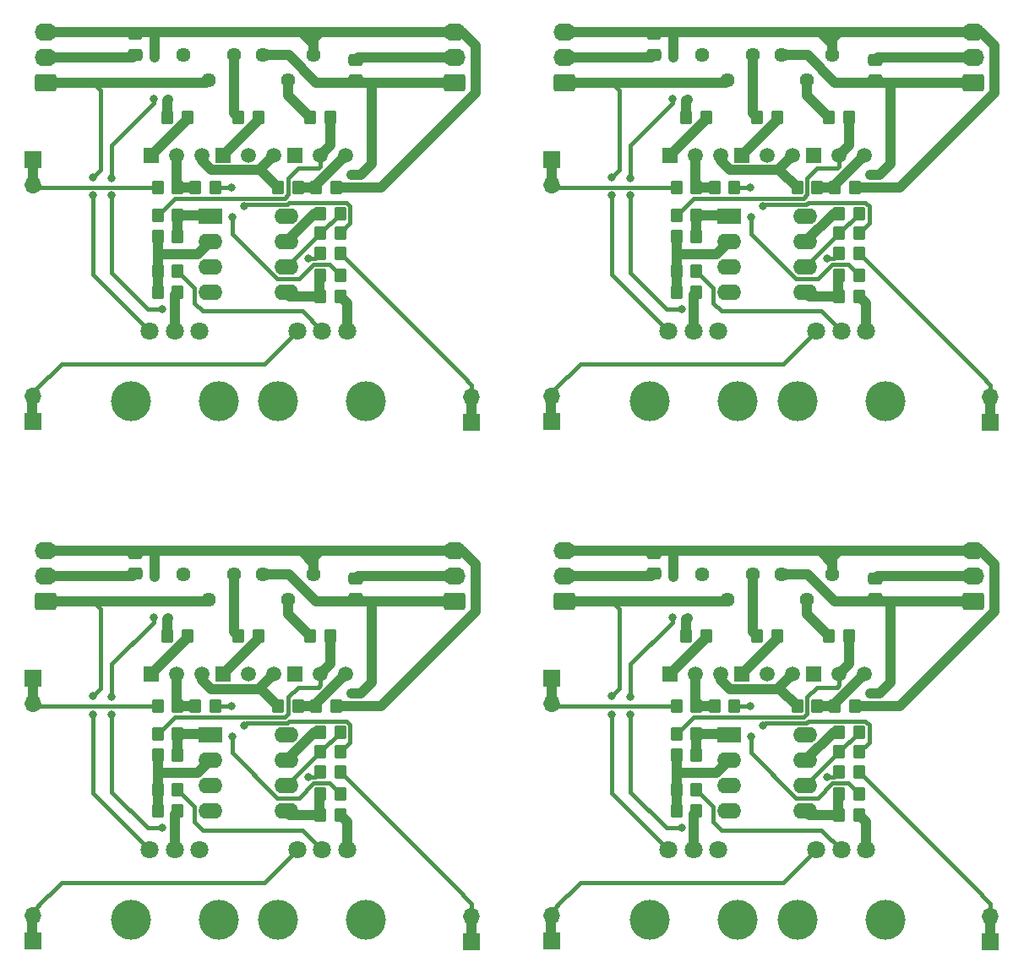
<source format=gbr>
%TF.GenerationSoftware,KiCad,Pcbnew,7.0.7-7.0.7~ubuntu22.04.1*%
%TF.CreationDate,2023-09-26T14:07:35+13:00*%
%TF.ProjectId,VCA,5643412e-6b69-4636-9164-5f7063625858,rev?*%
%TF.SameCoordinates,Original*%
%TF.FileFunction,Copper,L1,Top*%
%TF.FilePolarity,Positive*%
%FSLAX46Y46*%
G04 Gerber Fmt 4.6, Leading zero omitted, Abs format (unit mm)*
G04 Created by KiCad (PCBNEW 7.0.7-7.0.7~ubuntu22.04.1) date 2023-09-26 14:07:35*
%MOMM*%
%LPD*%
G01*
G04 APERTURE LIST*
G04 Aperture macros list*
%AMRoundRect*
0 Rectangle with rounded corners*
0 $1 Rounding radius*
0 $2 $3 $4 $5 $6 $7 $8 $9 X,Y pos of 4 corners*
0 Add a 4 corners polygon primitive as box body*
4,1,4,$2,$3,$4,$5,$6,$7,$8,$9,$2,$3,0*
0 Add four circle primitives for the rounded corners*
1,1,$1+$1,$2,$3*
1,1,$1+$1,$4,$5*
1,1,$1+$1,$6,$7*
1,1,$1+$1,$8,$9*
0 Add four rect primitives between the rounded corners*
20,1,$1+$1,$2,$3,$4,$5,0*
20,1,$1+$1,$4,$5,$6,$7,0*
20,1,$1+$1,$6,$7,$8,$9,0*
20,1,$1+$1,$8,$9,$2,$3,0*%
G04 Aperture macros list end*
%TA.AperFunction,SMDPad,CuDef*%
%ADD10RoundRect,0.250000X-0.350000X-0.450000X0.350000X-0.450000X0.350000X0.450000X-0.350000X0.450000X0*%
%TD*%
%TA.AperFunction,ComponentPad*%
%ADD11R,1.500000X1.500000*%
%TD*%
%TA.AperFunction,ComponentPad*%
%ADD12C,1.500000*%
%TD*%
%TA.AperFunction,SMDPad,CuDef*%
%ADD13RoundRect,0.250000X0.350000X0.450000X-0.350000X0.450000X-0.350000X-0.450000X0.350000X-0.450000X0*%
%TD*%
%TA.AperFunction,ComponentPad*%
%ADD14R,1.700000X1.700000*%
%TD*%
%TA.AperFunction,ComponentPad*%
%ADD15O,1.700000X1.700000*%
%TD*%
%TA.AperFunction,WasherPad*%
%ADD16C,4.000000*%
%TD*%
%TA.AperFunction,ComponentPad*%
%ADD17C,1.800000*%
%TD*%
%TA.AperFunction,ComponentPad*%
%ADD18C,1.440000*%
%TD*%
%TA.AperFunction,SMDPad,CuDef*%
%ADD19RoundRect,0.250000X0.475000X-0.337500X0.475000X0.337500X-0.475000X0.337500X-0.475000X-0.337500X0*%
%TD*%
%TA.AperFunction,ComponentPad*%
%ADD20RoundRect,0.250000X0.845000X-0.620000X0.845000X0.620000X-0.845000X0.620000X-0.845000X-0.620000X0*%
%TD*%
%TA.AperFunction,ComponentPad*%
%ADD21O,2.190000X1.740000*%
%TD*%
%TA.AperFunction,ComponentPad*%
%ADD22R,2.400000X1.600000*%
%TD*%
%TA.AperFunction,ComponentPad*%
%ADD23O,2.400000X1.600000*%
%TD*%
%TA.AperFunction,ViaPad*%
%ADD24C,0.800000*%
%TD*%
%TA.AperFunction,Conductor*%
%ADD25C,1.000000*%
%TD*%
%TA.AperFunction,Conductor*%
%ADD26C,0.400000*%
%TD*%
G04 APERTURE END LIST*
D10*
%TO.P,R16,1*%
%TO.N,Net-(R15-Pad2)*%
X108019999Y-126700000D03*
%TO.P,R16,2*%
%TO.N,AMout*%
X110019999Y-126700000D03*
%TD*%
D11*
%TO.P,Q2,1,C*%
%TO.N,GND*%
X157490000Y-64850000D03*
D12*
%TO.P,Q2,2,B*%
%TO.N,Net-(Q2-B)*%
X160030000Y-64850000D03*
%TO.P,Q2,3,E*%
%TO.N,Net-(Q2-E)*%
X162570000Y-64850000D03*
%TD*%
D13*
%TO.P,R15,1*%
%TO.N,Net-(U1B--)*%
X110020000Y-70700000D03*
%TO.P,R15,2*%
%TO.N,Net-(R15-Pad2)*%
X108020000Y-70700000D03*
%TD*%
D10*
%TO.P,R6,1*%
%TO.N,Net-(LEVEL1-Pad2)*%
X159020000Y-61100000D03*
%TO.P,R6,2*%
%TO.N,Net-(Q2-B)*%
X161020000Y-61100000D03*
%TD*%
D11*
%TO.P,Q1,1,C*%
%TO.N,Net-(Q1-C)*%
X143080000Y-116860000D03*
D12*
%TO.P,Q1,2,B*%
%TO.N,Net-(Q1-B)*%
X145620000Y-116860000D03*
%TO.P,Q1,3,E*%
%TO.N,Net-(Q1-E)*%
X148160000Y-116860000D03*
%TD*%
D14*
%TO.P,J2,1,Pin_1*%
%TO.N,controlVoltage*%
X79222943Y-143600000D03*
D15*
%TO.P,J2,2,Pin_2*%
X79222943Y-141060000D03*
%TD*%
D10*
%TO.P,R4,1*%
%TO.N,Net-(Q1-B)*%
X147520000Y-68100000D03*
%TO.P,R4,2*%
%TO.N,GND*%
X149520000Y-68100000D03*
%TD*%
D16*
%TO.P,GAIN1,*%
%TO.N,*%
X97820000Y-89500000D03*
X89020000Y-89500000D03*
D17*
%TO.P,GAIN1,1,1*%
%TO.N,+12V*%
X90920000Y-82500000D03*
%TO.P,GAIN1,2,2*%
%TO.N,Net-(GAIN1-Pad2)*%
X93420000Y-82500000D03*
%TO.P,GAIN1,3,3*%
%TO.N,GND*%
X95920000Y-82500000D03*
%TD*%
D18*
%TO.P,OFFSET1,1,1*%
%TO.N,Net-(OFFSET1-Pad1)*%
X94285000Y-54855000D03*
%TO.P,OFFSET1,2,2*%
%TO.N,+12V*%
X96825000Y-57395000D03*
%TO.P,OFFSET1,3,3*%
%TO.N,Net-(OFFSET1-Pad3)*%
X99365000Y-54855000D03*
%TD*%
D10*
%TO.P,R8,1*%
%TO.N,Net-(OFFSET1-Pad1)*%
X144720000Y-61100000D03*
%TO.P,R8,2*%
%TO.N,Net-(Q1-C)*%
X146720000Y-61100000D03*
%TD*%
D13*
%TO.P,R2,1*%
%TO.N,Net-(GAIN1-Pad2)*%
X145720000Y-130600000D03*
%TO.P,R2,2*%
%TO.N,Net-(U1A--)*%
X143720000Y-130600000D03*
%TD*%
D10*
%TO.P,R6,1*%
%TO.N,Net-(LEVEL1-Pad2)*%
X107019999Y-113100000D03*
%TO.P,R6,2*%
%TO.N,Net-(Q2-B)*%
X109019999Y-113100000D03*
%TD*%
D19*
%TO.P,C1,1*%
%TO.N,+12V*%
X163615000Y-57375000D03*
%TO.P,C1,2*%
%TO.N,GND*%
X163615000Y-55300000D03*
%TD*%
D20*
%TO.P,J4,1,Pin_1*%
%TO.N,+12V*%
X132520000Y-109600000D03*
D21*
%TO.P,J4,2,Pin_2*%
%TO.N,GND*%
X132520000Y-107060000D03*
%TO.P,J4,3,Pin_3*%
%TO.N,-12V*%
X132520000Y-104520000D03*
%TD*%
D14*
%TO.P,J2,1,Pin_1*%
%TO.N,controlVoltage*%
X131222944Y-143600000D03*
D15*
%TO.P,J2,2,Pin_2*%
X131222944Y-141060000D03*
%TD*%
D11*
%TO.P,Q2,1,C*%
%TO.N,GND*%
X105489999Y-116850000D03*
D12*
%TO.P,Q2,2,B*%
%TO.N,Net-(Q2-B)*%
X108029999Y-116850000D03*
%TO.P,Q2,3,E*%
%TO.N,Net-(Q2-E)*%
X110569999Y-116850000D03*
%TD*%
D10*
%TO.P,R6,1*%
%TO.N,Net-(LEVEL1-Pad2)*%
X107020000Y-61100000D03*
%TO.P,R6,2*%
%TO.N,Net-(Q2-B)*%
X109020000Y-61100000D03*
%TD*%
%TO.P,R4,1*%
%TO.N,Net-(Q1-B)*%
X95520000Y-68100000D03*
%TO.P,R4,2*%
%TO.N,GND*%
X97520000Y-68100000D03*
%TD*%
D16*
%TO.P,CV_AMOUNT1,*%
%TO.N,*%
X112619999Y-141500000D03*
X103819999Y-141500000D03*
D17*
%TO.P,CV_AMOUNT1,1,1*%
%TO.N,controlVoltage*%
X105719999Y-134500000D03*
%TO.P,CV_AMOUNT1,2,2*%
%TO.N,Net-(CV_AMOUNT1-Pad2)*%
X108219999Y-134500000D03*
%TO.P,CV_AMOUNT1,3,3*%
%TO.N,GND*%
X110719999Y-134500000D03*
%TD*%
D10*
%TO.P,R8,1*%
%TO.N,Net-(OFFSET1-Pad1)*%
X92719999Y-113100000D03*
%TO.P,R8,2*%
%TO.N,Net-(Q1-C)*%
X94719999Y-113100000D03*
%TD*%
%TO.P,R11,1*%
%TO.N,Net-(OFFSET1-Pad3)*%
X99820000Y-61100000D03*
%TO.P,R11,2*%
%TO.N,Net-(Q3-C)*%
X101820000Y-61100000D03*
%TD*%
D13*
%TO.P,R2,1*%
%TO.N,Net-(GAIN1-Pad2)*%
X93720000Y-78600000D03*
%TO.P,R2,2*%
%TO.N,Net-(U1A--)*%
X91720000Y-78600000D03*
%TD*%
D18*
%TO.P,OFFSET1,1,1*%
%TO.N,Net-(OFFSET1-Pad1)*%
X146285000Y-54855000D03*
%TO.P,OFFSET1,2,2*%
%TO.N,+12V*%
X148825000Y-57395000D03*
%TO.P,OFFSET1,3,3*%
%TO.N,Net-(OFFSET1-Pad3)*%
X151365000Y-54855000D03*
%TD*%
D19*
%TO.P,C1,1*%
%TO.N,+12V*%
X163615000Y-109375000D03*
%TO.P,C1,2*%
%TO.N,GND*%
X163615000Y-107300000D03*
%TD*%
%TO.P,C2,1*%
%TO.N,GND*%
X89449999Y-106812500D03*
%TO.P,C2,2*%
%TO.N,-12V*%
X89449999Y-104737500D03*
%TD*%
D14*
%TO.P,J2,1,Pin_1*%
%TO.N,controlVoltage*%
X79222944Y-91600000D03*
D15*
%TO.P,J2,2,Pin_2*%
X79222944Y-89060000D03*
%TD*%
D14*
%TO.P,J3,1,Pin_1*%
%TO.N,AMout*%
X123199999Y-143675000D03*
D15*
%TO.P,J3,2,Pin_2*%
X123199999Y-141135000D03*
%TD*%
D10*
%TO.P,R10,1*%
%TO.N,Net-(Q2-E)*%
X107619999Y-120100000D03*
%TO.P,R10,2*%
%TO.N,-12V*%
X109619999Y-120100000D03*
%TD*%
%TO.P,R8,1*%
%TO.N,Net-(OFFSET1-Pad1)*%
X144720000Y-113100000D03*
%TO.P,R8,2*%
%TO.N,Net-(Q1-C)*%
X146720000Y-113100000D03*
%TD*%
D19*
%TO.P,C1,1*%
%TO.N,+12V*%
X111614999Y-109375000D03*
%TO.P,C1,2*%
%TO.N,GND*%
X111614999Y-107300000D03*
%TD*%
D10*
%TO.P,R1,1*%
%TO.N,carrierSignal*%
X91720000Y-68100000D03*
%TO.P,R1,2*%
%TO.N,Net-(Q1-B)*%
X93720000Y-68100000D03*
%TD*%
D11*
%TO.P,Q2,1,C*%
%TO.N,GND*%
X105490000Y-64850000D03*
D12*
%TO.P,Q2,2,B*%
%TO.N,Net-(Q2-B)*%
X108030000Y-64850000D03*
%TO.P,Q2,3,E*%
%TO.N,Net-(Q2-E)*%
X110570000Y-64850000D03*
%TD*%
D10*
%TO.P,R9,1*%
%TO.N,Net-(Q1-E)*%
X155820000Y-120100000D03*
%TO.P,R9,2*%
%TO.N,Net-(Q2-E)*%
X157820000Y-120100000D03*
%TD*%
%TO.P,R10,1*%
%TO.N,Net-(Q2-E)*%
X159620000Y-120100000D03*
%TO.P,R10,2*%
%TO.N,-12V*%
X161620000Y-120100000D03*
%TD*%
D20*
%TO.P,J5,1,Pin_1*%
%TO.N,+12V*%
X121480000Y-57580000D03*
D21*
%TO.P,J5,2,Pin_2*%
%TO.N,GND*%
X121480000Y-55040000D03*
%TO.P,J5,3,Pin_3*%
%TO.N,-12V*%
X121480000Y-52500000D03*
%TD*%
D10*
%TO.P,R1,1*%
%TO.N,carrierSignal*%
X143720000Y-68100000D03*
%TO.P,R1,2*%
%TO.N,Net-(Q1-B)*%
X145720000Y-68100000D03*
%TD*%
D13*
%TO.P,R7,1*%
%TO.N,Net-(R5-Pad2)*%
X93719999Y-122900000D03*
%TO.P,R7,2*%
%TO.N,Net-(Q2-B)*%
X91719999Y-122900000D03*
%TD*%
D18*
%TO.P,LEVEL1,1,1*%
%TO.N,+12V*%
X154285000Y-106855000D03*
%TO.P,LEVEL1,2,2*%
%TO.N,Net-(LEVEL1-Pad2)*%
X156825000Y-109395000D03*
%TO.P,LEVEL1,3,3*%
%TO.N,-12V*%
X159365000Y-106855000D03*
%TD*%
D10*
%TO.P,R5,1*%
%TO.N,Net-(U1A--)*%
X91719999Y-125000000D03*
%TO.P,R5,2*%
%TO.N,Net-(R5-Pad2)*%
X93719999Y-125000000D03*
%TD*%
D13*
%TO.P,R3,1*%
%TO.N,Net-(CV_AMOUNT1-Pad2)*%
X145720000Y-76500000D03*
%TO.P,R3,2*%
%TO.N,Net-(U1A--)*%
X143720000Y-76500000D03*
%TD*%
D18*
%TO.P,LEVEL1,1,1*%
%TO.N,+12V*%
X102284999Y-106855000D03*
%TO.P,LEVEL1,2,2*%
%TO.N,Net-(LEVEL1-Pad2)*%
X104824999Y-109395000D03*
%TO.P,LEVEL1,3,3*%
%TO.N,-12V*%
X107364999Y-106855000D03*
%TD*%
D14*
%TO.P,J1,1,Pin_1*%
%TO.N,carrierSignal*%
X79222944Y-65280000D03*
D15*
%TO.P,J1,2,Pin_2*%
X79222944Y-67820000D03*
%TD*%
D18*
%TO.P,OFFSET1,1,1*%
%TO.N,Net-(OFFSET1-Pad1)*%
X94284999Y-106855000D03*
%TO.P,OFFSET1,2,2*%
%TO.N,+12V*%
X96824999Y-109395000D03*
%TO.P,OFFSET1,3,3*%
%TO.N,Net-(OFFSET1-Pad3)*%
X99364999Y-106855000D03*
%TD*%
D22*
%TO.P,U1,1*%
%TO.N,Net-(R5-Pad2)*%
X97000000Y-71000000D03*
D23*
%TO.P,U1,2,-*%
%TO.N,Net-(U1A--)*%
X97000000Y-73540000D03*
%TO.P,U1,3,+*%
%TO.N,GND*%
X97000000Y-76080000D03*
%TO.P,U1,4,V-*%
%TO.N,-12V*%
X97000000Y-78620000D03*
%TO.P,U1,5,+*%
%TO.N,Net-(U1B-+)*%
X104620000Y-78620000D03*
%TO.P,U1,6,-*%
%TO.N,Net-(U1B--)*%
X104620000Y-76080000D03*
%TO.P,U1,7*%
%TO.N,Net-(R15-Pad2)*%
X104620000Y-73540000D03*
%TO.P,U1,8,V+*%
%TO.N,+12V*%
X104620000Y-71000000D03*
%TD*%
D10*
%TO.P,R5,1*%
%TO.N,Net-(U1A--)*%
X143720000Y-125000000D03*
%TO.P,R5,2*%
%TO.N,Net-(R5-Pad2)*%
X145720000Y-125000000D03*
%TD*%
D19*
%TO.P,C2,1*%
%TO.N,GND*%
X141450000Y-54812500D03*
%TO.P,C2,2*%
%TO.N,-12V*%
X141450000Y-52737500D03*
%TD*%
D14*
%TO.P,J1,1,Pin_1*%
%TO.N,carrierSignal*%
X131222944Y-117280000D03*
D15*
%TO.P,J1,2,Pin_2*%
X131222944Y-119820000D03*
%TD*%
D13*
%TO.P,R7,1*%
%TO.N,Net-(R5-Pad2)*%
X145720000Y-70900000D03*
%TO.P,R7,2*%
%TO.N,Net-(Q2-B)*%
X143720000Y-70900000D03*
%TD*%
D10*
%TO.P,R10,1*%
%TO.N,Net-(Q2-E)*%
X159620000Y-68100000D03*
%TO.P,R10,2*%
%TO.N,-12V*%
X161620000Y-68100000D03*
%TD*%
D14*
%TO.P,J1,1,Pin_1*%
%TO.N,carrierSignal*%
X79222943Y-117280000D03*
D15*
%TO.P,J1,2,Pin_2*%
X79222943Y-119820000D03*
%TD*%
D10*
%TO.P,R11,1*%
%TO.N,Net-(OFFSET1-Pad3)*%
X151820000Y-113100000D03*
%TO.P,R11,2*%
%TO.N,Net-(Q3-C)*%
X153820000Y-113100000D03*
%TD*%
D18*
%TO.P,LEVEL1,1,1*%
%TO.N,+12V*%
X154285000Y-54855000D03*
%TO.P,LEVEL1,2,2*%
%TO.N,Net-(LEVEL1-Pad2)*%
X156825000Y-57395000D03*
%TO.P,LEVEL1,3,3*%
%TO.N,-12V*%
X159365000Y-54855000D03*
%TD*%
D11*
%TO.P,Q1,1,C*%
%TO.N,Net-(Q1-C)*%
X91079999Y-116860000D03*
D12*
%TO.P,Q1,2,B*%
%TO.N,Net-(Q1-B)*%
X93619999Y-116860000D03*
%TO.P,Q1,3,E*%
%TO.N,Net-(Q1-E)*%
X96159999Y-116860000D03*
%TD*%
D20*
%TO.P,J4,1,Pin_1*%
%TO.N,+12V*%
X80519999Y-109600000D03*
D21*
%TO.P,J4,2,Pin_2*%
%TO.N,GND*%
X80519999Y-107060000D03*
%TO.P,J4,3,Pin_3*%
%TO.N,-12V*%
X80519999Y-104520000D03*
%TD*%
D11*
%TO.P,Q3,1,C*%
%TO.N,Net-(Q3-C)*%
X98279999Y-116860000D03*
D12*
%TO.P,Q3,2,B*%
%TO.N,GND*%
X100819999Y-116860000D03*
%TO.P,Q3,3,E*%
%TO.N,Net-(Q1-E)*%
X103359999Y-116860000D03*
%TD*%
D14*
%TO.P,J3,1,Pin_1*%
%TO.N,AMout*%
X175200000Y-91675000D03*
D15*
%TO.P,J3,2,Pin_2*%
X175200000Y-89135000D03*
%TD*%
D11*
%TO.P,Q1,1,C*%
%TO.N,Net-(Q1-C)*%
X143080000Y-64860000D03*
D12*
%TO.P,Q1,2,B*%
%TO.N,Net-(Q1-B)*%
X145620000Y-64860000D03*
%TO.P,Q1,3,E*%
%TO.N,Net-(Q1-E)*%
X148160000Y-64860000D03*
%TD*%
D19*
%TO.P,C2,1*%
%TO.N,GND*%
X141450000Y-106812500D03*
%TO.P,C2,2*%
%TO.N,-12V*%
X141450000Y-104737500D03*
%TD*%
D22*
%TO.P,U1,1*%
%TO.N,Net-(R5-Pad2)*%
X149000000Y-71000000D03*
D23*
%TO.P,U1,2,-*%
%TO.N,Net-(U1A--)*%
X149000000Y-73540000D03*
%TO.P,U1,3,+*%
%TO.N,GND*%
X149000000Y-76080000D03*
%TO.P,U1,4,V-*%
%TO.N,-12V*%
X149000000Y-78620000D03*
%TO.P,U1,5,+*%
%TO.N,Net-(U1B-+)*%
X156620000Y-78620000D03*
%TO.P,U1,6,-*%
%TO.N,Net-(U1B--)*%
X156620000Y-76080000D03*
%TO.P,U1,7*%
%TO.N,Net-(R15-Pad2)*%
X156620000Y-73540000D03*
%TO.P,U1,8,V+*%
%TO.N,+12V*%
X156620000Y-71000000D03*
%TD*%
D10*
%TO.P,R9,1*%
%TO.N,Net-(Q1-E)*%
X103820000Y-68100000D03*
%TO.P,R9,2*%
%TO.N,Net-(Q2-E)*%
X105820000Y-68100000D03*
%TD*%
D13*
%TO.P,R12,1*%
%TO.N,Net-(Q1-C)*%
X110019999Y-128900000D03*
%TO.P,R12,2*%
%TO.N,Net-(U1B-+)*%
X108019999Y-128900000D03*
%TD*%
D14*
%TO.P,J2,1,Pin_1*%
%TO.N,controlVoltage*%
X131222944Y-91600000D03*
D15*
%TO.P,J2,2,Pin_2*%
X131222944Y-89060000D03*
%TD*%
D13*
%TO.P,R3,1*%
%TO.N,Net-(CV_AMOUNT1-Pad2)*%
X93720000Y-76500000D03*
%TO.P,R3,2*%
%TO.N,Net-(U1A--)*%
X91720000Y-76500000D03*
%TD*%
D10*
%TO.P,R4,1*%
%TO.N,Net-(Q1-B)*%
X147520000Y-120100000D03*
%TO.P,R4,2*%
%TO.N,GND*%
X149520000Y-120100000D03*
%TD*%
%TO.P,R11,1*%
%TO.N,Net-(OFFSET1-Pad3)*%
X99819999Y-113100000D03*
%TO.P,R11,2*%
%TO.N,Net-(Q3-C)*%
X101819999Y-113100000D03*
%TD*%
D13*
%TO.P,R2,1*%
%TO.N,Net-(GAIN1-Pad2)*%
X93719999Y-130600000D03*
%TO.P,R2,2*%
%TO.N,Net-(U1A--)*%
X91719999Y-130600000D03*
%TD*%
D10*
%TO.P,R16,1*%
%TO.N,Net-(R15-Pad2)*%
X160020000Y-126700000D03*
%TO.P,R16,2*%
%TO.N,AMout*%
X162020000Y-126700000D03*
%TD*%
D16*
%TO.P,GAIN1,*%
%TO.N,*%
X149820000Y-89500000D03*
X141020000Y-89500000D03*
D17*
%TO.P,GAIN1,1,1*%
%TO.N,+12V*%
X142920000Y-82500000D03*
%TO.P,GAIN1,2,2*%
%TO.N,Net-(GAIN1-Pad2)*%
X145420000Y-82500000D03*
%TO.P,GAIN1,3,3*%
%TO.N,GND*%
X147920000Y-82500000D03*
%TD*%
D11*
%TO.P,Q3,1,C*%
%TO.N,Net-(Q3-C)*%
X98280000Y-64860000D03*
D12*
%TO.P,Q3,2,B*%
%TO.N,GND*%
X100820000Y-64860000D03*
%TO.P,Q3,3,E*%
%TO.N,Net-(Q1-E)*%
X103360000Y-64860000D03*
%TD*%
D13*
%TO.P,R12,1*%
%TO.N,Net-(Q1-C)*%
X110020000Y-76900000D03*
%TO.P,R12,2*%
%TO.N,Net-(U1B-+)*%
X108020000Y-76900000D03*
%TD*%
D14*
%TO.P,J1,1,Pin_1*%
%TO.N,carrierSignal*%
X131222944Y-65280000D03*
D15*
%TO.P,J1,2,Pin_2*%
X131222944Y-67820000D03*
%TD*%
D13*
%TO.P,R14,1*%
%TO.N,GND*%
X110019999Y-131000000D03*
%TO.P,R14,2*%
%TO.N,Net-(U1B-+)*%
X108019999Y-131000000D03*
%TD*%
D10*
%TO.P,R5,1*%
%TO.N,Net-(U1A--)*%
X91720000Y-73000000D03*
%TO.P,R5,2*%
%TO.N,Net-(R5-Pad2)*%
X93720000Y-73000000D03*
%TD*%
%TO.P,R5,1*%
%TO.N,Net-(U1A--)*%
X143720000Y-73000000D03*
%TO.P,R5,2*%
%TO.N,Net-(R5-Pad2)*%
X145720000Y-73000000D03*
%TD*%
D13*
%TO.P,R13,1*%
%TO.N,Net-(Q3-C)*%
X110019999Y-124700000D03*
%TO.P,R13,2*%
%TO.N,Net-(U1B--)*%
X108019999Y-124700000D03*
%TD*%
%TO.P,R13,1*%
%TO.N,Net-(Q3-C)*%
X110020000Y-72700000D03*
%TO.P,R13,2*%
%TO.N,Net-(U1B--)*%
X108020000Y-72700000D03*
%TD*%
D20*
%TO.P,J5,1,Pin_1*%
%TO.N,+12V*%
X173480000Y-109580000D03*
D21*
%TO.P,J5,2,Pin_2*%
%TO.N,GND*%
X173480000Y-107040000D03*
%TO.P,J5,3,Pin_3*%
%TO.N,-12V*%
X173480000Y-104500000D03*
%TD*%
D13*
%TO.P,R14,1*%
%TO.N,GND*%
X110020000Y-79000000D03*
%TO.P,R14,2*%
%TO.N,Net-(U1B-+)*%
X108020000Y-79000000D03*
%TD*%
D16*
%TO.P,GAIN1,*%
%TO.N,*%
X149820000Y-141500000D03*
X141020000Y-141500000D03*
D17*
%TO.P,GAIN1,1,1*%
%TO.N,+12V*%
X142920000Y-134500000D03*
%TO.P,GAIN1,2,2*%
%TO.N,Net-(GAIN1-Pad2)*%
X145420000Y-134500000D03*
%TO.P,GAIN1,3,3*%
%TO.N,GND*%
X147920000Y-134500000D03*
%TD*%
D13*
%TO.P,R2,1*%
%TO.N,Net-(GAIN1-Pad2)*%
X145720000Y-78600000D03*
%TO.P,R2,2*%
%TO.N,Net-(U1A--)*%
X143720000Y-78600000D03*
%TD*%
D20*
%TO.P,J4,1,Pin_1*%
%TO.N,+12V*%
X80520000Y-57600000D03*
D21*
%TO.P,J4,2,Pin_2*%
%TO.N,GND*%
X80520000Y-55060000D03*
%TO.P,J4,3,Pin_3*%
%TO.N,-12V*%
X80520000Y-52520000D03*
%TD*%
D11*
%TO.P,Q3,1,C*%
%TO.N,Net-(Q3-C)*%
X150280000Y-116860000D03*
D12*
%TO.P,Q3,2,B*%
%TO.N,GND*%
X152820000Y-116860000D03*
%TO.P,Q3,3,E*%
%TO.N,Net-(Q1-E)*%
X155360000Y-116860000D03*
%TD*%
D13*
%TO.P,R7,1*%
%TO.N,Net-(R5-Pad2)*%
X93720000Y-70900000D03*
%TO.P,R7,2*%
%TO.N,Net-(Q2-B)*%
X91720000Y-70900000D03*
%TD*%
D18*
%TO.P,OFFSET1,1,1*%
%TO.N,Net-(OFFSET1-Pad1)*%
X146285000Y-106855000D03*
%TO.P,OFFSET1,2,2*%
%TO.N,+12V*%
X148825000Y-109395000D03*
%TO.P,OFFSET1,3,3*%
%TO.N,Net-(OFFSET1-Pad3)*%
X151365000Y-106855000D03*
%TD*%
D11*
%TO.P,Q1,1,C*%
%TO.N,Net-(Q1-C)*%
X91080000Y-64860000D03*
D12*
%TO.P,Q1,2,B*%
%TO.N,Net-(Q1-B)*%
X93620000Y-64860000D03*
%TO.P,Q1,3,E*%
%TO.N,Net-(Q1-E)*%
X96160000Y-64860000D03*
%TD*%
D13*
%TO.P,R7,1*%
%TO.N,Net-(R5-Pad2)*%
X145720000Y-122900000D03*
%TO.P,R7,2*%
%TO.N,Net-(Q2-B)*%
X143720000Y-122900000D03*
%TD*%
%TO.P,R13,1*%
%TO.N,Net-(Q3-C)*%
X162020000Y-72700000D03*
%TO.P,R13,2*%
%TO.N,Net-(U1B--)*%
X160020000Y-72700000D03*
%TD*%
D20*
%TO.P,J5,1,Pin_1*%
%TO.N,+12V*%
X173480000Y-57580000D03*
D21*
%TO.P,J5,2,Pin_2*%
%TO.N,GND*%
X173480000Y-55040000D03*
%TO.P,J5,3,Pin_3*%
%TO.N,-12V*%
X173480000Y-52500000D03*
%TD*%
D13*
%TO.P,R3,1*%
%TO.N,Net-(CV_AMOUNT1-Pad2)*%
X93719999Y-128500000D03*
%TO.P,R3,2*%
%TO.N,Net-(U1A--)*%
X91719999Y-128500000D03*
%TD*%
%TO.P,R15,1*%
%TO.N,Net-(U1B--)*%
X162020000Y-122700000D03*
%TO.P,R15,2*%
%TO.N,Net-(R15-Pad2)*%
X160020000Y-122700000D03*
%TD*%
D10*
%TO.P,R11,1*%
%TO.N,Net-(OFFSET1-Pad3)*%
X151820000Y-61100000D03*
%TO.P,R11,2*%
%TO.N,Net-(Q3-C)*%
X153820000Y-61100000D03*
%TD*%
D16*
%TO.P,CV_AMOUNT1,*%
%TO.N,*%
X164620000Y-141500000D03*
X155820000Y-141500000D03*
D17*
%TO.P,CV_AMOUNT1,1,1*%
%TO.N,controlVoltage*%
X157720000Y-134500000D03*
%TO.P,CV_AMOUNT1,2,2*%
%TO.N,Net-(CV_AMOUNT1-Pad2)*%
X160220000Y-134500000D03*
%TO.P,CV_AMOUNT1,3,3*%
%TO.N,GND*%
X162720000Y-134500000D03*
%TD*%
D10*
%TO.P,R9,1*%
%TO.N,Net-(Q1-E)*%
X155820000Y-68100000D03*
%TO.P,R9,2*%
%TO.N,Net-(Q2-E)*%
X157820000Y-68100000D03*
%TD*%
%TO.P,R6,1*%
%TO.N,Net-(LEVEL1-Pad2)*%
X159020000Y-113100000D03*
%TO.P,R6,2*%
%TO.N,Net-(Q2-B)*%
X161020000Y-113100000D03*
%TD*%
D22*
%TO.P,U1,1*%
%TO.N,Net-(R5-Pad2)*%
X96999999Y-123000000D03*
D23*
%TO.P,U1,2,-*%
%TO.N,Net-(U1A--)*%
X96999999Y-125540000D03*
%TO.P,U1,3,+*%
%TO.N,GND*%
X96999999Y-128080000D03*
%TO.P,U1,4,V-*%
%TO.N,-12V*%
X96999999Y-130620000D03*
%TO.P,U1,5,+*%
%TO.N,Net-(U1B-+)*%
X104619999Y-130620000D03*
%TO.P,U1,6,-*%
%TO.N,Net-(U1B--)*%
X104619999Y-128080000D03*
%TO.P,U1,7*%
%TO.N,Net-(R15-Pad2)*%
X104619999Y-125540000D03*
%TO.P,U1,8,V+*%
%TO.N,+12V*%
X104619999Y-123000000D03*
%TD*%
D10*
%TO.P,R1,1*%
%TO.N,carrierSignal*%
X91719999Y-120100000D03*
%TO.P,R1,2*%
%TO.N,Net-(Q1-B)*%
X93719999Y-120100000D03*
%TD*%
D13*
%TO.P,R3,1*%
%TO.N,Net-(CV_AMOUNT1-Pad2)*%
X145720000Y-128500000D03*
%TO.P,R3,2*%
%TO.N,Net-(U1A--)*%
X143720000Y-128500000D03*
%TD*%
D14*
%TO.P,J3,1,Pin_1*%
%TO.N,AMout*%
X123200000Y-91675000D03*
D15*
%TO.P,J3,2,Pin_2*%
X123200000Y-89135000D03*
%TD*%
D16*
%TO.P,GAIN1,*%
%TO.N,*%
X97819999Y-141500000D03*
X89019999Y-141500000D03*
D17*
%TO.P,GAIN1,1,1*%
%TO.N,+12V*%
X90919999Y-134500000D03*
%TO.P,GAIN1,2,2*%
%TO.N,Net-(GAIN1-Pad2)*%
X93419999Y-134500000D03*
%TO.P,GAIN1,3,3*%
%TO.N,GND*%
X95919999Y-134500000D03*
%TD*%
D11*
%TO.P,Q3,1,C*%
%TO.N,Net-(Q3-C)*%
X150280000Y-64860000D03*
D12*
%TO.P,Q3,2,B*%
%TO.N,GND*%
X152820000Y-64860000D03*
%TO.P,Q3,3,E*%
%TO.N,Net-(Q1-E)*%
X155360000Y-64860000D03*
%TD*%
D13*
%TO.P,R12,1*%
%TO.N,Net-(Q1-C)*%
X162020000Y-76900000D03*
%TO.P,R12,2*%
%TO.N,Net-(U1B-+)*%
X160020000Y-76900000D03*
%TD*%
D22*
%TO.P,U1,1*%
%TO.N,Net-(R5-Pad2)*%
X149000000Y-123000000D03*
D23*
%TO.P,U1,2,-*%
%TO.N,Net-(U1A--)*%
X149000000Y-125540000D03*
%TO.P,U1,3,+*%
%TO.N,GND*%
X149000000Y-128080000D03*
%TO.P,U1,4,V-*%
%TO.N,-12V*%
X149000000Y-130620000D03*
%TO.P,U1,5,+*%
%TO.N,Net-(U1B-+)*%
X156620000Y-130620000D03*
%TO.P,U1,6,-*%
%TO.N,Net-(U1B--)*%
X156620000Y-128080000D03*
%TO.P,U1,7*%
%TO.N,Net-(R15-Pad2)*%
X156620000Y-125540000D03*
%TO.P,U1,8,V+*%
%TO.N,+12V*%
X156620000Y-123000000D03*
%TD*%
D20*
%TO.P,J4,1,Pin_1*%
%TO.N,+12V*%
X132520000Y-57600000D03*
D21*
%TO.P,J4,2,Pin_2*%
%TO.N,GND*%
X132520000Y-55060000D03*
%TO.P,J4,3,Pin_3*%
%TO.N,-12V*%
X132520000Y-52520000D03*
%TD*%
D19*
%TO.P,C1,1*%
%TO.N,+12V*%
X111615000Y-57375000D03*
%TO.P,C1,2*%
%TO.N,GND*%
X111615000Y-55300000D03*
%TD*%
D10*
%TO.P,R10,1*%
%TO.N,Net-(Q2-E)*%
X107620000Y-68100000D03*
%TO.P,R10,2*%
%TO.N,-12V*%
X109620000Y-68100000D03*
%TD*%
D16*
%TO.P,CV_AMOUNT1,*%
%TO.N,*%
X164620000Y-89500000D03*
X155820000Y-89500000D03*
D17*
%TO.P,CV_AMOUNT1,1,1*%
%TO.N,controlVoltage*%
X157720000Y-82500000D03*
%TO.P,CV_AMOUNT1,2,2*%
%TO.N,Net-(CV_AMOUNT1-Pad2)*%
X160220000Y-82500000D03*
%TO.P,CV_AMOUNT1,3,3*%
%TO.N,GND*%
X162720000Y-82500000D03*
%TD*%
D18*
%TO.P,LEVEL1,1,1*%
%TO.N,+12V*%
X102285000Y-54855000D03*
%TO.P,LEVEL1,2,2*%
%TO.N,Net-(LEVEL1-Pad2)*%
X104825000Y-57395000D03*
%TO.P,LEVEL1,3,3*%
%TO.N,-12V*%
X107365000Y-54855000D03*
%TD*%
D10*
%TO.P,R4,1*%
%TO.N,Net-(Q1-B)*%
X95519999Y-120100000D03*
%TO.P,R4,2*%
%TO.N,GND*%
X97519999Y-120100000D03*
%TD*%
%TO.P,R16,1*%
%TO.N,Net-(R15-Pad2)*%
X108020000Y-74700000D03*
%TO.P,R16,2*%
%TO.N,AMout*%
X110020000Y-74700000D03*
%TD*%
D13*
%TO.P,R13,1*%
%TO.N,Net-(Q3-C)*%
X162020000Y-124700000D03*
%TO.P,R13,2*%
%TO.N,Net-(U1B--)*%
X160020000Y-124700000D03*
%TD*%
%TO.P,R15,1*%
%TO.N,Net-(U1B--)*%
X162020000Y-70700000D03*
%TO.P,R15,2*%
%TO.N,Net-(R15-Pad2)*%
X160020000Y-70700000D03*
%TD*%
D16*
%TO.P,CV_AMOUNT1,*%
%TO.N,*%
X112620000Y-89500000D03*
X103820000Y-89500000D03*
D17*
%TO.P,CV_AMOUNT1,1,1*%
%TO.N,controlVoltage*%
X105720000Y-82500000D03*
%TO.P,CV_AMOUNT1,2,2*%
%TO.N,Net-(CV_AMOUNT1-Pad2)*%
X108220000Y-82500000D03*
%TO.P,CV_AMOUNT1,3,3*%
%TO.N,GND*%
X110720000Y-82500000D03*
%TD*%
D10*
%TO.P,R1,1*%
%TO.N,carrierSignal*%
X143720000Y-120100000D03*
%TO.P,R1,2*%
%TO.N,Net-(Q1-B)*%
X145720000Y-120100000D03*
%TD*%
D20*
%TO.P,J5,1,Pin_1*%
%TO.N,+12V*%
X121479999Y-109580000D03*
D21*
%TO.P,J5,2,Pin_2*%
%TO.N,GND*%
X121479999Y-107040000D03*
%TO.P,J5,3,Pin_3*%
%TO.N,-12V*%
X121479999Y-104500000D03*
%TD*%
D10*
%TO.P,R9,1*%
%TO.N,Net-(Q1-E)*%
X103819999Y-120100000D03*
%TO.P,R9,2*%
%TO.N,Net-(Q2-E)*%
X105819999Y-120100000D03*
%TD*%
D14*
%TO.P,J3,1,Pin_1*%
%TO.N,AMout*%
X175200000Y-143675000D03*
D15*
%TO.P,J3,2,Pin_2*%
X175200000Y-141135000D03*
%TD*%
D10*
%TO.P,R16,1*%
%TO.N,Net-(R15-Pad2)*%
X160020000Y-74700000D03*
%TO.P,R16,2*%
%TO.N,AMout*%
X162020000Y-74700000D03*
%TD*%
D11*
%TO.P,Q2,1,C*%
%TO.N,GND*%
X157490000Y-116850000D03*
D12*
%TO.P,Q2,2,B*%
%TO.N,Net-(Q2-B)*%
X160030000Y-116850000D03*
%TO.P,Q2,3,E*%
%TO.N,Net-(Q2-E)*%
X162570000Y-116850000D03*
%TD*%
D19*
%TO.P,C2,1*%
%TO.N,GND*%
X89450000Y-54812500D03*
%TO.P,C2,2*%
%TO.N,-12V*%
X89450000Y-52737500D03*
%TD*%
D10*
%TO.P,R8,1*%
%TO.N,Net-(OFFSET1-Pad1)*%
X92720000Y-61100000D03*
%TO.P,R8,2*%
%TO.N,Net-(Q1-C)*%
X94720000Y-61100000D03*
%TD*%
D13*
%TO.P,R15,1*%
%TO.N,Net-(U1B--)*%
X110019999Y-122700000D03*
%TO.P,R15,2*%
%TO.N,Net-(R15-Pad2)*%
X108019999Y-122700000D03*
%TD*%
%TO.P,R12,1*%
%TO.N,Net-(Q1-C)*%
X162020000Y-128900000D03*
%TO.P,R12,2*%
%TO.N,Net-(U1B-+)*%
X160020000Y-128900000D03*
%TD*%
%TO.P,R14,1*%
%TO.N,GND*%
X162020000Y-79000000D03*
%TO.P,R14,2*%
%TO.N,Net-(U1B-+)*%
X160020000Y-79000000D03*
%TD*%
%TO.P,R14,1*%
%TO.N,GND*%
X162020000Y-131000000D03*
%TO.P,R14,2*%
%TO.N,Net-(U1B-+)*%
X160020000Y-131000000D03*
%TD*%
D24*
%TO.N,+12V*%
X137220000Y-68900000D03*
X85219999Y-120900000D03*
X85225000Y-67100000D03*
X163120000Y-66800000D03*
X85224999Y-119100000D03*
X85220000Y-68900000D03*
X137220000Y-120900000D03*
X137225000Y-119100000D03*
X163120000Y-118800000D03*
X111119999Y-118800000D03*
X137225000Y-67100000D03*
X111120000Y-66800000D03*
%TO.N,GND*%
X99120000Y-68100000D03*
X151120000Y-68100000D03*
X99119999Y-120100000D03*
X151120000Y-120100000D03*
%TO.N,-12V*%
X91319999Y-111200000D03*
X87119999Y-120900000D03*
X91420000Y-55100000D03*
X87120000Y-68900000D03*
X87119999Y-119200000D03*
X139120000Y-68900000D03*
X143420000Y-107100000D03*
X92219999Y-132300000D03*
X143320000Y-111200000D03*
X143320000Y-59200000D03*
X139120000Y-67200000D03*
X139120000Y-120900000D03*
X91320000Y-59200000D03*
X144220000Y-80300000D03*
X92220000Y-80300000D03*
X91419999Y-107100000D03*
X87120000Y-67200000D03*
X139120000Y-119200000D03*
X144220000Y-132300000D03*
X143420000Y-55100000D03*
%TO.N,Net-(Q1-C)*%
X151220000Y-123100000D03*
X99220000Y-71100000D03*
X99219999Y-123100000D03*
X151220000Y-71100000D03*
%TO.N,Net-(Q3-C)*%
X100420000Y-69999500D03*
X152420000Y-69999500D03*
X100419999Y-121999500D03*
X152420000Y-121999500D03*
%TO.N,Net-(R15-Pad2)*%
X106819999Y-127200000D03*
X106820000Y-75200000D03*
X158820000Y-127200000D03*
X158820000Y-75200000D03*
%TO.N,Net-(OFFSET1-Pad1)*%
X92819999Y-111300000D03*
X144820000Y-111300000D03*
X144820000Y-59300000D03*
X92820000Y-59300000D03*
%TD*%
D25*
%TO.N,+12V*%
X112100000Y-66800000D02*
X111120000Y-66800000D01*
D26*
X85225000Y-67100000D02*
X86000000Y-66325000D01*
X138000000Y-66325000D02*
X138000000Y-58380000D01*
D25*
X148620000Y-109600000D02*
X148825000Y-109395000D01*
D26*
X137225000Y-67100000D02*
X138000000Y-66325000D01*
D25*
X112100000Y-66800000D02*
X113200000Y-65700000D01*
X107609999Y-109590000D02*
X104874999Y-106855000D01*
D26*
X86000000Y-66325000D02*
X86000000Y-58380000D01*
D25*
X113199999Y-109590000D02*
X121139999Y-109590000D01*
D26*
X138000000Y-110380000D02*
X137220000Y-109600000D01*
X85219999Y-128800000D02*
X90919999Y-134500000D01*
D25*
X159610000Y-109590000D02*
X156875000Y-106855000D01*
X112099999Y-118800000D02*
X111119999Y-118800000D01*
X156875000Y-106855000D02*
X154285000Y-106855000D01*
D26*
X85999999Y-110380000D02*
X85219999Y-109600000D01*
D25*
X107610000Y-57590000D02*
X113200000Y-57590000D01*
X80520000Y-57600000D02*
X85220000Y-57600000D01*
X137220000Y-57600000D02*
X148620000Y-57600000D01*
X112099999Y-118800000D02*
X113199999Y-117700000D01*
D26*
X85219999Y-128800000D02*
X85219999Y-120900000D01*
D25*
X148620000Y-57600000D02*
X148825000Y-57395000D01*
D26*
X137220000Y-128800000D02*
X137220000Y-120900000D01*
D25*
X159610000Y-57590000D02*
X165200000Y-57590000D01*
X156875000Y-54855000D02*
X154285000Y-54855000D01*
D26*
X137225000Y-119100000D02*
X138000000Y-118325000D01*
X85999999Y-118325000D02*
X85999999Y-110380000D01*
D25*
X132520000Y-109600000D02*
X137220000Y-109600000D01*
X80519999Y-109600000D02*
X85219999Y-109600000D01*
D26*
X86000000Y-58380000D02*
X85220000Y-57600000D01*
X85224999Y-119100000D02*
X85999999Y-118325000D01*
X137220000Y-76800000D02*
X137220000Y-68900000D01*
D25*
X164100000Y-66800000D02*
X163120000Y-66800000D01*
X85219999Y-109600000D02*
X96619999Y-109600000D01*
X165200000Y-57590000D02*
X173140000Y-57590000D01*
X104874999Y-106855000D02*
X102284999Y-106855000D01*
X137220000Y-109600000D02*
X148620000Y-109600000D01*
X113200000Y-57590000D02*
X121140000Y-57590000D01*
D26*
X85220000Y-76800000D02*
X90920000Y-82500000D01*
D25*
X165200000Y-65700000D02*
X165200000Y-57590000D01*
X113200000Y-65700000D02*
X113200000Y-57590000D01*
X96620000Y-57600000D02*
X96825000Y-57395000D01*
X104875000Y-54855000D02*
X102285000Y-54855000D01*
X107609999Y-109590000D02*
X113199999Y-109590000D01*
X165200000Y-117700000D02*
X165200000Y-109590000D01*
X96619999Y-109600000D02*
X96824999Y-109395000D01*
D26*
X85220000Y-76800000D02*
X85220000Y-68900000D01*
D25*
X159610000Y-109590000D02*
X165200000Y-109590000D01*
X164100000Y-118800000D02*
X165200000Y-117700000D01*
D26*
X138000000Y-118325000D02*
X138000000Y-110380000D01*
X137220000Y-128800000D02*
X142920000Y-134500000D01*
D25*
X164100000Y-118800000D02*
X163120000Y-118800000D01*
D26*
X137220000Y-76800000D02*
X142920000Y-82500000D01*
D25*
X85220000Y-57600000D02*
X96620000Y-57600000D01*
X159610000Y-57590000D02*
X156875000Y-54855000D01*
X164100000Y-66800000D02*
X165200000Y-65700000D01*
X165200000Y-109590000D02*
X173140000Y-109590000D01*
X113199999Y-117700000D02*
X113199999Y-109590000D01*
X107610000Y-57590000D02*
X104875000Y-54855000D01*
D26*
X138000000Y-58380000D02*
X137220000Y-57600000D01*
D25*
X132520000Y-57600000D02*
X137220000Y-57600000D01*
%TO.N,GND*%
X141202500Y-107060000D02*
X141450000Y-106812500D01*
X80519999Y-107060000D02*
X89202499Y-107060000D01*
D26*
X149520000Y-68100000D02*
X151120000Y-68100000D01*
D25*
X80520000Y-55060000D02*
X89202500Y-55060000D01*
X132520000Y-55060000D02*
X141202500Y-55060000D01*
X110720000Y-82500000D02*
X110720000Y-79700000D01*
X121139999Y-107050000D02*
X111864999Y-107050000D01*
X110719999Y-131700000D02*
X110019999Y-131000000D01*
X89202500Y-55060000D02*
X89450000Y-54812500D01*
D26*
X149520000Y-120100000D02*
X151120000Y-120100000D01*
D25*
X162720000Y-82500000D02*
X162720000Y-79700000D01*
X173140000Y-107050000D02*
X163865000Y-107050000D01*
X132520000Y-107060000D02*
X141202500Y-107060000D01*
X162720000Y-131700000D02*
X162020000Y-131000000D01*
X162720000Y-134500000D02*
X162720000Y-131700000D01*
X162720000Y-79700000D02*
X162020000Y-79000000D01*
X141202500Y-55060000D02*
X141450000Y-54812500D01*
X111864999Y-107050000D02*
X111614999Y-107300000D01*
D26*
X97520000Y-68100000D02*
X99120000Y-68100000D01*
D25*
X110720000Y-79700000D02*
X110020000Y-79000000D01*
X163865000Y-107050000D02*
X163615000Y-107300000D01*
X111865000Y-55050000D02*
X111615000Y-55300000D01*
X163865000Y-55050000D02*
X163615000Y-55300000D01*
X110719999Y-134500000D02*
X110719999Y-131700000D01*
X173140000Y-55050000D02*
X163865000Y-55050000D01*
X121140000Y-55050000D02*
X111865000Y-55050000D01*
X89202499Y-107060000D02*
X89449999Y-106812500D01*
D26*
X97519999Y-120100000D02*
X99119999Y-120100000D01*
D25*
%TO.N,-12V*%
X159365000Y-106855000D02*
X159365000Y-105755000D01*
X90220000Y-52520000D02*
X80520000Y-52520000D01*
X107365000Y-53755000D02*
X107365000Y-53195000D01*
X89667499Y-104520000D02*
X89449999Y-104737500D01*
X107365000Y-53195000D02*
X108040000Y-52520000D01*
D26*
X91320000Y-59682944D02*
X91320000Y-59200000D01*
X139120000Y-120900000D02*
X139120000Y-127719239D01*
D25*
X142220000Y-104520000D02*
X141667500Y-104520000D01*
X143420000Y-55100000D02*
X143420000Y-52620000D01*
X107365000Y-53755000D02*
X106130000Y-52520000D01*
D26*
X139120000Y-63882944D02*
X143320000Y-59682944D01*
D25*
X166093503Y-120100000D02*
X175590000Y-110603503D01*
X91520000Y-52520000D02*
X106130000Y-52520000D01*
D26*
X139120000Y-119200000D02*
X139120000Y-115882944D01*
D25*
X159365000Y-53755000D02*
X158130000Y-52520000D01*
X109619999Y-120100000D02*
X114093502Y-120100000D01*
D26*
X87119999Y-115882944D02*
X91319999Y-111682944D01*
X142720000Y-132300000D02*
X144220000Y-132300000D01*
D25*
X122199999Y-104500000D02*
X121479999Y-104500000D01*
D26*
X87120000Y-76700000D02*
X90720000Y-80300000D01*
X90720000Y-80300000D02*
X92220000Y-80300000D01*
D25*
X141667500Y-104520000D02*
X141450000Y-104737500D01*
X173140000Y-104510000D02*
X160050000Y-104510000D01*
X161620000Y-120100000D02*
X166093503Y-120100000D01*
X159365000Y-54855000D02*
X159365000Y-53755000D01*
X143520000Y-104520000D02*
X158130000Y-104520000D01*
X90219999Y-104520000D02*
X91519999Y-104520000D01*
X175590000Y-58603503D02*
X175590000Y-53890000D01*
X109620000Y-68100000D02*
X114093503Y-68100000D01*
X142220000Y-52520000D02*
X141667500Y-52520000D01*
X143520000Y-52520000D02*
X158130000Y-52520000D01*
X159365000Y-105195000D02*
X160040000Y-104520000D01*
X166093503Y-68100000D02*
X175590000Y-58603503D01*
X108050000Y-52510000D02*
X108040000Y-52520000D01*
D26*
X87120000Y-63882944D02*
X91320000Y-59682944D01*
D25*
X114093503Y-68100000D02*
X123590000Y-58603503D01*
X143420000Y-52620000D02*
X143520000Y-52520000D01*
D26*
X87120000Y-75719239D02*
X87120000Y-76700000D01*
X87120000Y-67200000D02*
X87120000Y-63882944D01*
D25*
X121140000Y-52510000D02*
X108050000Y-52510000D01*
X158130000Y-52520000D02*
X160040000Y-52520000D01*
X91419999Y-107100000D02*
X91419999Y-104620000D01*
X159365000Y-105755000D02*
X158130000Y-104520000D01*
X121139999Y-104510000D02*
X108049999Y-104510000D01*
D26*
X87120000Y-68900000D02*
X87120000Y-75719239D01*
D25*
X159365000Y-53755000D02*
X159365000Y-53195000D01*
D26*
X139120000Y-76700000D02*
X142720000Y-80300000D01*
D25*
X90220000Y-52520000D02*
X89667500Y-52520000D01*
X174200000Y-104500000D02*
X173480000Y-104500000D01*
X107364999Y-106855000D02*
X107364999Y-105755000D01*
D26*
X143320000Y-111682944D02*
X143320000Y-111200000D01*
X143320000Y-59682944D02*
X143320000Y-59200000D01*
D25*
X122200000Y-52500000D02*
X121480000Y-52500000D01*
X91420000Y-55100000D02*
X91420000Y-52620000D01*
X123589999Y-105890000D02*
X122199999Y-104500000D01*
D26*
X139120000Y-127719239D02*
X139120000Y-128700000D01*
X139120000Y-128700000D02*
X142720000Y-132300000D01*
D25*
X142220000Y-52520000D02*
X132520000Y-52520000D01*
X107365000Y-54855000D02*
X107365000Y-53755000D01*
D26*
X139120000Y-75719239D02*
X139120000Y-76700000D01*
D25*
X143420000Y-104620000D02*
X143520000Y-104520000D01*
X142220000Y-104520000D02*
X132520000Y-104520000D01*
D26*
X142720000Y-80300000D02*
X144220000Y-80300000D01*
D25*
X159365000Y-53195000D02*
X160040000Y-52520000D01*
X107364999Y-105755000D02*
X106129999Y-104520000D01*
D26*
X87119999Y-128700000D02*
X90719999Y-132300000D01*
D25*
X123590000Y-53890000D02*
X122200000Y-52500000D01*
X158130000Y-104520000D02*
X160040000Y-104520000D01*
X142220000Y-104520000D02*
X143520000Y-104520000D01*
D26*
X139120000Y-67200000D02*
X139120000Y-63882944D01*
D25*
X173140000Y-52510000D02*
X160050000Y-52510000D01*
X90219999Y-104520000D02*
X89667499Y-104520000D01*
X89667500Y-52520000D02*
X89450000Y-52737500D01*
X143420000Y-107100000D02*
X143420000Y-104620000D01*
X108049999Y-104510000D02*
X108039999Y-104520000D01*
X175590000Y-105890000D02*
X174200000Y-104500000D01*
D26*
X139120000Y-115882944D02*
X143320000Y-111682944D01*
D25*
X161620000Y-68100000D02*
X166093503Y-68100000D01*
X175590000Y-110603503D02*
X175590000Y-105890000D01*
X90220000Y-52520000D02*
X91520000Y-52520000D01*
X160050000Y-104510000D02*
X160040000Y-104520000D01*
D26*
X87119999Y-120900000D02*
X87119999Y-127719239D01*
X91319999Y-111682944D02*
X91319999Y-111200000D01*
D25*
X106130000Y-52520000D02*
X108040000Y-52520000D01*
X174200000Y-52500000D02*
X173480000Y-52500000D01*
X123590000Y-58603503D02*
X123590000Y-53890000D01*
X123589999Y-110603503D02*
X123589999Y-105890000D01*
X106129999Y-104520000D02*
X108039999Y-104520000D01*
X90219999Y-104520000D02*
X80519999Y-104520000D01*
X91420000Y-52620000D02*
X91520000Y-52520000D01*
X141667500Y-52520000D02*
X141450000Y-52737500D01*
D26*
X87119999Y-119200000D02*
X87119999Y-115882944D01*
D25*
X107364999Y-105195000D02*
X108039999Y-104520000D01*
X159365000Y-105755000D02*
X159365000Y-105195000D01*
X91419999Y-104620000D02*
X91519999Y-104520000D01*
X114093502Y-120100000D02*
X123589999Y-110603503D01*
X175590000Y-53890000D02*
X174200000Y-52500000D01*
D26*
X139120000Y-68900000D02*
X139120000Y-75719239D01*
D25*
X142220000Y-52520000D02*
X143520000Y-52520000D01*
D26*
X87119999Y-127719239D02*
X87119999Y-128700000D01*
D25*
X107364999Y-105755000D02*
X107364999Y-105195000D01*
X91519999Y-104520000D02*
X106129999Y-104520000D01*
X160050000Y-52510000D02*
X160040000Y-52520000D01*
D26*
X90719999Y-132300000D02*
X92219999Y-132300000D01*
%TO.N,carrierSignal*%
X131502944Y-120100000D02*
X143720000Y-120100000D01*
D25*
X79222944Y-65280000D02*
X79222944Y-67820000D01*
D26*
X131222944Y-67820000D02*
X131502944Y-68100000D01*
X131502944Y-68100000D02*
X143720000Y-68100000D01*
D25*
X131222944Y-117280000D02*
X131222944Y-119820000D01*
X131222944Y-65280000D02*
X131222944Y-67820000D01*
D26*
X79502944Y-68100000D02*
X91720000Y-68100000D01*
X79222944Y-67820000D02*
X79502944Y-68100000D01*
X131222944Y-119820000D02*
X131502944Y-120100000D01*
X79222943Y-119820000D02*
X79502943Y-120100000D01*
D25*
X79222943Y-117280000D02*
X79222943Y-119820000D01*
D26*
X79502943Y-120100000D02*
X91719999Y-120100000D01*
%TO.N,controlVoltage*%
X132820000Y-87100000D02*
X134120000Y-85800000D01*
X82119999Y-137800000D02*
X102419999Y-137800000D01*
D25*
X131162944Y-91600000D02*
X131162944Y-89060000D01*
D26*
X132780000Y-139100000D02*
X132820000Y-139100000D01*
X132820000Y-139100000D02*
X134120000Y-137800000D01*
D25*
X79162943Y-143600000D02*
X79162943Y-141060000D01*
D26*
X134120000Y-85800000D02*
X154420000Y-85800000D01*
X102419999Y-137800000D02*
X105719999Y-134500000D01*
X80779999Y-139100000D02*
X80819999Y-139100000D01*
D25*
X131162944Y-143600000D02*
X131162944Y-141060000D01*
D26*
X80819999Y-139100000D02*
X82119999Y-137800000D01*
X132780000Y-87100000D02*
X132820000Y-87100000D01*
X80780000Y-87100000D02*
X80820000Y-87100000D01*
D25*
X79162944Y-91600000D02*
X79162944Y-89060000D01*
D26*
X78819999Y-141060000D02*
X80779999Y-139100000D01*
X78820000Y-89060000D02*
X80780000Y-87100000D01*
X130820000Y-141060000D02*
X132780000Y-139100000D01*
X154420000Y-137800000D02*
X157720000Y-134500000D01*
X130820000Y-89060000D02*
X132780000Y-87100000D01*
X154420000Y-85800000D02*
X157720000Y-82500000D01*
X102420000Y-85800000D02*
X105720000Y-82500000D01*
X80820000Y-87100000D02*
X82120000Y-85800000D01*
X82120000Y-85800000D02*
X102420000Y-85800000D01*
X134120000Y-137800000D02*
X154420000Y-137800000D01*
%TO.N,AMout*%
X162020000Y-126700000D02*
X174320000Y-139000000D01*
X122319999Y-139020000D02*
X123199999Y-139900000D01*
D25*
X175200000Y-89135000D02*
X175200000Y-91675000D01*
D26*
X123200000Y-87900000D02*
X123200000Y-89135000D01*
X123199999Y-139900000D02*
X123199999Y-141135000D01*
X174320000Y-87000000D02*
X174320000Y-87020000D01*
X122320000Y-87020000D02*
X123200000Y-87900000D01*
X175200000Y-139900000D02*
X175200000Y-141135000D01*
X122319999Y-139000000D02*
X122319999Y-139020000D01*
D25*
X123199999Y-141135000D02*
X123199999Y-143675000D01*
D26*
X162020000Y-74700000D02*
X174320000Y-87000000D01*
X110019999Y-126700000D02*
X122319999Y-139000000D01*
D25*
X123200000Y-89135000D02*
X123200000Y-91675000D01*
D26*
X110020000Y-74700000D02*
X122320000Y-87000000D01*
X174320000Y-87020000D02*
X175200000Y-87900000D01*
X174320000Y-139020000D02*
X175200000Y-139900000D01*
X175200000Y-87900000D02*
X175200000Y-89135000D01*
X122320000Y-87000000D02*
X122320000Y-87020000D01*
D25*
X175200000Y-141135000D02*
X175200000Y-143675000D01*
D26*
X174320000Y-139000000D02*
X174320000Y-139020000D01*
%TO.N,Net-(Q1-C)*%
X99219999Y-124777056D02*
X103722943Y-129280000D01*
X157871371Y-129280000D02*
X159351371Y-127800000D01*
X160920000Y-127800000D02*
X162020000Y-128900000D01*
D25*
X94719999Y-113243503D02*
X91103502Y-116860000D01*
D26*
X103722944Y-77280000D02*
X105871371Y-77280000D01*
X99219999Y-123100000D02*
X99219999Y-124777056D01*
D25*
X146720000Y-113100000D02*
X146720000Y-113243503D01*
D26*
X108920000Y-75800000D02*
X110020000Y-76900000D01*
D25*
X94719999Y-113100000D02*
X94719999Y-113243503D01*
X94720000Y-61243503D02*
X91103503Y-64860000D01*
D26*
X107351371Y-75800000D02*
X108920000Y-75800000D01*
X107351370Y-127800000D02*
X108919999Y-127800000D01*
X160920000Y-75800000D02*
X162020000Y-76900000D01*
X159351371Y-75800000D02*
X160920000Y-75800000D01*
X151220000Y-123100000D02*
X151220000Y-124777056D01*
X155722944Y-77280000D02*
X157871371Y-77280000D01*
D25*
X91103503Y-64860000D02*
X91080000Y-64860000D01*
X146720000Y-113243503D02*
X143103503Y-116860000D01*
D26*
X157871371Y-77280000D02*
X159351371Y-75800000D01*
D25*
X146720000Y-61100000D02*
X146720000Y-61243503D01*
D26*
X105871371Y-77280000D02*
X107351371Y-75800000D01*
X108919999Y-127800000D02*
X110019999Y-128900000D01*
X99220000Y-71100000D02*
X99220000Y-72777056D01*
D25*
X91103502Y-116860000D02*
X91079999Y-116860000D01*
D26*
X159351371Y-127800000D02*
X160920000Y-127800000D01*
D25*
X94720000Y-61100000D02*
X94720000Y-61243503D01*
D26*
X151220000Y-71100000D02*
X151220000Y-72777056D01*
D25*
X143103503Y-116860000D02*
X143080000Y-116860000D01*
X143103503Y-64860000D02*
X143080000Y-64860000D01*
D26*
X105871370Y-129280000D02*
X107351370Y-127800000D01*
X99220000Y-72777056D02*
X103722944Y-77280000D01*
X151220000Y-72777056D02*
X155722944Y-77280000D01*
X155722944Y-129280000D02*
X157871371Y-129280000D01*
D25*
X146720000Y-61243503D02*
X143103503Y-64860000D01*
D26*
X151220000Y-124777056D02*
X155722944Y-129280000D01*
X103722943Y-129280000D02*
X105871370Y-129280000D01*
D25*
%TO.N,Net-(Q1-B)*%
X93720000Y-68100000D02*
X95520000Y-68100000D01*
X145620000Y-68000000D02*
X145720000Y-68100000D01*
X93619999Y-116860000D02*
X93619999Y-120000000D01*
X93719999Y-120100000D02*
X95519999Y-120100000D01*
X93620000Y-68000000D02*
X93720000Y-68100000D01*
X145720000Y-68100000D02*
X147520000Y-68100000D01*
X145620000Y-116860000D02*
X145620000Y-120000000D01*
X93619999Y-120000000D02*
X93719999Y-120100000D01*
X145620000Y-120000000D02*
X145720000Y-120100000D01*
X93620000Y-64860000D02*
X93620000Y-68000000D01*
X145620000Y-64860000D02*
X145620000Y-68000000D01*
X145720000Y-120100000D02*
X147520000Y-120100000D01*
%TO.N,Net-(Q1-E)*%
X102030000Y-66310000D02*
X103820000Y-68100000D01*
X103360000Y-64860000D02*
X101910000Y-66310000D01*
X102029999Y-118310000D02*
X103819999Y-120100000D01*
X155360000Y-64860000D02*
X153910000Y-66310000D01*
X149080000Y-118360000D02*
X148160000Y-117440000D01*
X155360000Y-116860000D02*
X153910000Y-118310000D01*
X103359999Y-116860000D02*
X101909999Y-118310000D01*
X154030000Y-66310000D02*
X155820000Y-68100000D01*
X97080000Y-66360000D02*
X96160000Y-65440000D01*
X96160000Y-65440000D02*
X96160000Y-64860000D01*
X148160000Y-65440000D02*
X148160000Y-64860000D01*
X101979999Y-118360000D02*
X97079999Y-118360000D01*
X96159999Y-117440000D02*
X96159999Y-116860000D01*
X153980000Y-118360000D02*
X149080000Y-118360000D01*
X149080000Y-66360000D02*
X148160000Y-65440000D01*
X153980000Y-66360000D02*
X149080000Y-66360000D01*
X101980000Y-66360000D02*
X97080000Y-66360000D01*
X148160000Y-117440000D02*
X148160000Y-116860000D01*
X154030000Y-118310000D02*
X155820000Y-120100000D01*
X97079999Y-118360000D02*
X96159999Y-117440000D01*
D26*
%TO.N,Net-(Q2-B)*%
X104439239Y-69200000D02*
X104820000Y-68819239D01*
X104820000Y-68819239D02*
X104820000Y-67200000D01*
X105819999Y-118200000D02*
X107819999Y-118200000D01*
X145420000Y-69200000D02*
X156439239Y-69200000D01*
X93419999Y-121200000D02*
X104439238Y-121200000D01*
X156820000Y-120819239D02*
X156820000Y-119200000D01*
X145420000Y-121200000D02*
X156439239Y-121200000D01*
D25*
X109020000Y-61100000D02*
X109020000Y-63860000D01*
D26*
X143720000Y-70900000D02*
X145420000Y-69200000D01*
X104819999Y-119200000D02*
X105819999Y-118200000D01*
D25*
X161020000Y-61100000D02*
X161020000Y-63860000D01*
X161020000Y-63860000D02*
X160030000Y-64850000D01*
D26*
X159820000Y-66200000D02*
X160030000Y-65990000D01*
X159820000Y-118200000D02*
X160030000Y-117990000D01*
X107819999Y-118200000D02*
X108029999Y-117990000D01*
X104439238Y-121200000D02*
X104819999Y-120819239D01*
X157820000Y-66200000D02*
X159820000Y-66200000D01*
X91719999Y-122900000D02*
X93419999Y-121200000D01*
X107820000Y-66200000D02*
X108030000Y-65990000D01*
X91720000Y-70900000D02*
X93420000Y-69200000D01*
X108030000Y-65990000D02*
X108030000Y-64850000D01*
D25*
X161020000Y-113100000D02*
X161020000Y-115860000D01*
X161020000Y-115860000D02*
X160030000Y-116850000D01*
D26*
X105820000Y-66200000D02*
X107820000Y-66200000D01*
X156820000Y-119200000D02*
X157820000Y-118200000D01*
X160030000Y-117990000D02*
X160030000Y-116850000D01*
X157820000Y-118200000D02*
X159820000Y-118200000D01*
X93420000Y-69200000D02*
X104439239Y-69200000D01*
D25*
X109019999Y-115860000D02*
X108029999Y-116850000D01*
D26*
X108029999Y-117990000D02*
X108029999Y-116850000D01*
X104819999Y-120819239D02*
X104819999Y-119200000D01*
X156439239Y-69200000D02*
X156820000Y-68819239D01*
X156820000Y-67200000D02*
X157820000Y-66200000D01*
X160030000Y-65990000D02*
X160030000Y-64850000D01*
X143720000Y-122900000D02*
X145420000Y-121200000D01*
X156439239Y-121200000D02*
X156820000Y-120819239D01*
X104820000Y-67200000D02*
X105820000Y-66200000D01*
D25*
X109019999Y-113100000D02*
X109019999Y-115860000D01*
D26*
X156820000Y-68819239D02*
X156820000Y-67200000D01*
D25*
X109020000Y-63860000D02*
X108030000Y-64850000D01*
%TO.N,Net-(Q2-E)*%
X162570000Y-116850000D02*
X159320000Y-120100000D01*
X107320000Y-68100000D02*
X105820000Y-68100000D01*
X110569999Y-116850000D02*
X107319999Y-120100000D01*
X162570000Y-64850000D02*
X159320000Y-68100000D01*
X110570000Y-64850000D02*
X107320000Y-68100000D01*
X159320000Y-68100000D02*
X157820000Y-68100000D01*
X107319999Y-120100000D02*
X105819999Y-120100000D01*
X159320000Y-120100000D02*
X157820000Y-120100000D01*
D26*
%TO.N,Net-(Q3-C)*%
X111020000Y-71700000D02*
X110020000Y-72700000D01*
X110639238Y-121600000D02*
X111019999Y-121980761D01*
X156920000Y-69600000D02*
X162639239Y-69600000D01*
X111019999Y-123700000D02*
X110019999Y-124700000D01*
X162639239Y-121600000D02*
X163020000Y-121980761D01*
X111019999Y-121980761D02*
X111019999Y-123700000D01*
X111020000Y-69980761D02*
X111020000Y-71700000D01*
D25*
X101820000Y-61100000D02*
X101820000Y-61320000D01*
X101819999Y-113320000D02*
X98279999Y-116860000D01*
D26*
X152619500Y-69800000D02*
X156720000Y-69800000D01*
D25*
X153820000Y-113320000D02*
X150280000Y-116860000D01*
D26*
X100419999Y-121999500D02*
X100619499Y-121800000D01*
X100619499Y-121800000D02*
X104719999Y-121800000D01*
X152420000Y-121999500D02*
X152619500Y-121800000D01*
X104719999Y-121800000D02*
X104919999Y-121600000D01*
X156720000Y-121800000D02*
X156920000Y-121600000D01*
X162639239Y-69600000D02*
X163020000Y-69980761D01*
D25*
X101819999Y-113100000D02*
X101819999Y-113320000D01*
D26*
X100619500Y-69800000D02*
X104720000Y-69800000D01*
X163020000Y-69980761D02*
X163020000Y-71700000D01*
X152619500Y-121800000D02*
X156720000Y-121800000D01*
X104919999Y-121600000D02*
X110639238Y-121600000D01*
X163020000Y-121980761D02*
X163020000Y-123700000D01*
D25*
X153820000Y-61320000D02*
X150280000Y-64860000D01*
D26*
X163020000Y-71700000D02*
X162020000Y-72700000D01*
D25*
X101820000Y-61320000D02*
X98280000Y-64860000D01*
X153820000Y-113100000D02*
X153820000Y-113320000D01*
D26*
X156720000Y-69800000D02*
X156920000Y-69600000D01*
D25*
X153820000Y-61100000D02*
X153820000Y-61320000D01*
D26*
X104920000Y-69600000D02*
X110639239Y-69600000D01*
X110639239Y-69600000D02*
X111020000Y-69980761D01*
X152420000Y-69999500D02*
X152619500Y-69800000D01*
X100420000Y-69999500D02*
X100619500Y-69800000D01*
X163020000Y-123700000D02*
X162020000Y-124700000D01*
X156920000Y-121600000D02*
X162639239Y-121600000D01*
X104720000Y-69800000D02*
X104920000Y-69600000D01*
%TO.N,Net-(U1B--)*%
X110020000Y-70700000D02*
X108020000Y-72700000D01*
X162020000Y-122700000D02*
X160020000Y-124700000D01*
X108000000Y-72700000D02*
X104620000Y-76080000D01*
X107999999Y-124700000D02*
X104619999Y-128080000D01*
X108019999Y-124700000D02*
X107999999Y-124700000D01*
X160000000Y-124700000D02*
X156620000Y-128080000D01*
X110019999Y-122700000D02*
X108019999Y-124700000D01*
X162020000Y-70700000D02*
X160020000Y-72700000D01*
X160020000Y-72700000D02*
X160000000Y-72700000D01*
X160020000Y-124700000D02*
X160000000Y-124700000D01*
X108020000Y-72700000D02*
X108000000Y-72700000D01*
X160000000Y-72700000D02*
X156620000Y-76080000D01*
D25*
%TO.N,Net-(R5-Pad2)*%
X145720000Y-70900000D02*
X145720000Y-73000000D01*
X145720000Y-70900000D02*
X148900000Y-70900000D01*
X93720000Y-70900000D02*
X96900000Y-70900000D01*
X93720000Y-70900000D02*
X93720000Y-73000000D01*
X148900000Y-70900000D02*
X149000000Y-71000000D01*
X93719999Y-122900000D02*
X93719999Y-125000000D01*
X96899999Y-122900000D02*
X96999999Y-123000000D01*
X148900000Y-122900000D02*
X149000000Y-123000000D01*
X93719999Y-122900000D02*
X96899999Y-122900000D01*
X145720000Y-122900000D02*
X148900000Y-122900000D01*
X145720000Y-122900000D02*
X145720000Y-125000000D01*
X96900000Y-70900000D02*
X97000000Y-71000000D01*
%TO.N,Net-(U1A--)*%
X147740000Y-126800000D02*
X149000000Y-125540000D01*
X91720000Y-74800000D02*
X95740000Y-74800000D01*
X95740000Y-74800000D02*
X97000000Y-73540000D01*
X143720000Y-126800000D02*
X147740000Y-126800000D01*
X143720000Y-128500000D02*
X143720000Y-126800000D01*
X143720000Y-76500000D02*
X143720000Y-78600000D01*
X91720000Y-76500000D02*
X91720000Y-74800000D01*
X143720000Y-128500000D02*
X143720000Y-130600000D01*
X143720000Y-74800000D02*
X147740000Y-74800000D01*
X147740000Y-74800000D02*
X149000000Y-73540000D01*
X91719999Y-126800000D02*
X95739999Y-126800000D01*
X91719999Y-126800000D02*
X91719999Y-125000000D01*
X95739999Y-126800000D02*
X96999999Y-125540000D01*
X91720000Y-74800000D02*
X91720000Y-73000000D01*
X91719999Y-128500000D02*
X91719999Y-126800000D01*
X91720000Y-76500000D02*
X91720000Y-78600000D01*
X143720000Y-74800000D02*
X143720000Y-73000000D01*
X91719999Y-128500000D02*
X91719999Y-130600000D01*
X143720000Y-76500000D02*
X143720000Y-74800000D01*
X143720000Y-126800000D02*
X143720000Y-125000000D01*
%TO.N,Net-(R15-Pad2)*%
X156620000Y-125540000D02*
X159460000Y-122700000D01*
D26*
X159520000Y-127200000D02*
X160020000Y-126700000D01*
X158820000Y-127200000D02*
X159520000Y-127200000D01*
D25*
X104620000Y-73540000D02*
X107460000Y-70700000D01*
D26*
X106820000Y-75200000D02*
X107520000Y-75200000D01*
X107520000Y-75200000D02*
X108020000Y-74700000D01*
X106819999Y-127200000D02*
X107519999Y-127200000D01*
X159520000Y-75200000D02*
X160020000Y-74700000D01*
D25*
X107459999Y-122700000D02*
X108019999Y-122700000D01*
D26*
X107519999Y-127200000D02*
X108019999Y-126700000D01*
D25*
X107460000Y-70700000D02*
X108020000Y-70700000D01*
X104619999Y-125540000D02*
X107459999Y-122700000D01*
X159460000Y-122700000D02*
X160020000Y-122700000D01*
D26*
X158820000Y-75200000D02*
X159520000Y-75200000D01*
D25*
X159460000Y-70700000D02*
X160020000Y-70700000D01*
X156620000Y-73540000D02*
X159460000Y-70700000D01*
D26*
%TO.N,Net-(CV_AMOUNT1-Pad2)*%
X106219999Y-132500000D02*
X108219999Y-134500000D01*
X95400000Y-78180000D02*
X95400000Y-79680000D01*
X106220000Y-80500000D02*
X108220000Y-82500000D01*
X96219999Y-132500000D02*
X106219999Y-132500000D01*
X147400000Y-130180000D02*
X147400000Y-131680000D01*
X158220000Y-132500000D02*
X160220000Y-134500000D01*
X148220000Y-80500000D02*
X158220000Y-80500000D01*
X96220000Y-80500000D02*
X106220000Y-80500000D01*
X145720000Y-128500000D02*
X147400000Y-130180000D01*
X158220000Y-80500000D02*
X160220000Y-82500000D01*
X148220000Y-132500000D02*
X158220000Y-132500000D01*
X93719999Y-128500000D02*
X95399999Y-130180000D01*
X95400000Y-79680000D02*
X96220000Y-80500000D01*
X95399999Y-130180000D02*
X95399999Y-131680000D01*
X147400000Y-78180000D02*
X147400000Y-79680000D01*
X147400000Y-131680000D02*
X148220000Y-132500000D01*
X147400000Y-79680000D02*
X148220000Y-80500000D01*
X145720000Y-76500000D02*
X147400000Y-78180000D01*
X93720000Y-76500000D02*
X95400000Y-78180000D01*
X95399999Y-131680000D02*
X96219999Y-132500000D01*
D25*
%TO.N,Net-(GAIN1-Pad2)*%
X93420000Y-78900000D02*
X93720000Y-78600000D01*
X145420000Y-82500000D02*
X145420000Y-78900000D01*
X93420000Y-82500000D02*
X93420000Y-78900000D01*
X145420000Y-134500000D02*
X145420000Y-130900000D01*
X93419999Y-134500000D02*
X93419999Y-130900000D01*
X145420000Y-130900000D02*
X145720000Y-130600000D01*
X93419999Y-130900000D02*
X93719999Y-130600000D01*
X145420000Y-78900000D02*
X145720000Y-78600000D01*
%TO.N,Net-(LEVEL1-Pad2)*%
X156825000Y-57395000D02*
X156825000Y-58905000D01*
X156825000Y-110905000D02*
X159020000Y-113100000D01*
X156825000Y-109395000D02*
X156825000Y-110905000D01*
X104824999Y-110905000D02*
X107019999Y-113100000D01*
X104825000Y-58905000D02*
X107020000Y-61100000D01*
X104824999Y-109395000D02*
X104824999Y-110905000D01*
X104825000Y-57395000D02*
X104825000Y-58905000D01*
X156825000Y-58905000D02*
X159020000Y-61100000D01*
%TO.N,Net-(OFFSET1-Pad1)*%
X144720000Y-61100000D02*
X144720000Y-59400000D01*
X92719999Y-111400000D02*
X92819999Y-111300000D01*
X92720000Y-59400000D02*
X92820000Y-59300000D01*
X144720000Y-111400000D02*
X144820000Y-111300000D01*
X144720000Y-59400000D02*
X144820000Y-59300000D01*
X92719999Y-113100000D02*
X92719999Y-111400000D01*
X144720000Y-113100000D02*
X144720000Y-111400000D01*
X92720000Y-61100000D02*
X92720000Y-59400000D01*
%TO.N,Net-(OFFSET1-Pad3)*%
X99372944Y-54862944D02*
X99372944Y-60652944D01*
X99372943Y-106862944D02*
X99372943Y-112652944D01*
X99372943Y-112652944D02*
X99819999Y-113100000D01*
X151372944Y-106862944D02*
X151372944Y-112652944D01*
X151372944Y-112652944D02*
X151820000Y-113100000D01*
X99372944Y-60652944D02*
X99820000Y-61100000D01*
X151372944Y-54862944D02*
X151372944Y-60652944D01*
X151372944Y-60652944D02*
X151820000Y-61100000D01*
%TO.N,Net-(U1B-+)*%
X159920000Y-76900000D02*
X159920000Y-79000000D01*
X108020000Y-79000000D02*
X105000000Y-79000000D01*
X159920000Y-128900000D02*
X159920000Y-131000000D01*
X160020000Y-79000000D02*
X157000000Y-79000000D01*
X107919999Y-128900000D02*
X107919999Y-131000000D01*
X108019999Y-131000000D02*
X104999999Y-131000000D01*
X107920000Y-76900000D02*
X107920000Y-79000000D01*
X160020000Y-131000000D02*
X157000000Y-131000000D01*
%TD*%
M02*

</source>
